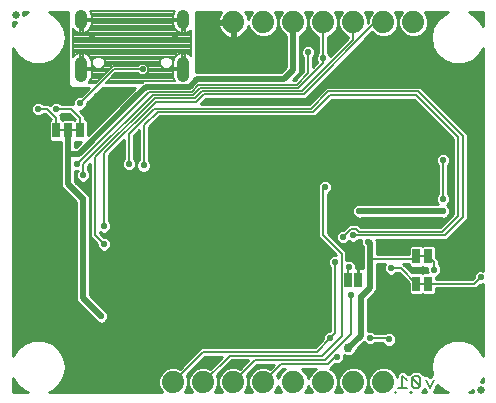
<source format=gbl>
G75*
%MOIN*%
%OFA0B0*%
%FSLAX25Y25*%
%IPPOS*%
%LPD*%
%AMOC8*
5,1,8,0,0,1.08239X$1,22.5*
%
%ADD10C,0.00800*%
%ADD11R,0.02500X0.05000*%
%ADD12R,0.01600X0.01000*%
%ADD13C,0.02500*%
%ADD14C,0.07400*%
%ADD15C,0.03937*%
%ADD16C,0.02000*%
%ADD17C,0.02200*%
%ADD18C,0.03000*%
%ADD19C,0.00600*%
%ADD20C,0.01000*%
D10*
X0180152Y0179800D02*
X0180342Y0179990D01*
X0180711Y0180541D01*
X0180964Y0181154D01*
X0181094Y0181805D01*
X0181094Y0183902D01*
X0178125Y0183902D01*
X0178125Y0184702D01*
X0177325Y0184702D01*
X0177325Y0189823D01*
X0176743Y0189707D01*
X0176130Y0189453D01*
X0175578Y0189084D01*
X0175109Y0188615D01*
X0174833Y0188202D01*
X0174833Y0197843D01*
X0175109Y0197431D01*
X0175578Y0196961D01*
X0176130Y0196593D01*
X0176743Y0196339D01*
X0177325Y0196223D01*
X0177325Y0200359D01*
X0178125Y0200359D01*
X0178125Y0196223D01*
X0178708Y0196339D01*
X0179321Y0196593D01*
X0179873Y0196961D01*
X0180342Y0197431D01*
X0180711Y0197982D01*
X0180964Y0198595D01*
X0181094Y0199246D01*
X0181094Y0200359D01*
X0178125Y0200359D01*
X0178125Y0201159D01*
X0181094Y0201159D01*
X0181094Y0202272D01*
X0180964Y0202923D01*
X0180711Y0203536D01*
X0180601Y0203700D01*
X0208866Y0203700D01*
X0208756Y0203536D01*
X0208502Y0202923D01*
X0208373Y0202272D01*
X0208373Y0201159D01*
X0211341Y0201159D01*
X0211341Y0200359D01*
X0208373Y0200359D01*
X0208373Y0199246D01*
X0208502Y0198595D01*
X0208756Y0197982D01*
X0209125Y0197431D01*
X0209594Y0196961D01*
X0210146Y0196593D01*
X0210759Y0196339D01*
X0211341Y0196223D01*
X0211341Y0200359D01*
X0212141Y0200359D01*
X0212141Y0196223D01*
X0212724Y0196339D01*
X0213337Y0196593D01*
X0213888Y0196961D01*
X0214333Y0197406D01*
X0214333Y0188639D01*
X0213888Y0189084D01*
X0213337Y0189453D01*
X0212724Y0189707D01*
X0212141Y0189823D01*
X0212141Y0184702D01*
X0211341Y0184702D01*
X0211341Y0183902D01*
X0208373Y0183902D01*
X0208373Y0181805D01*
X0208502Y0181154D01*
X0208756Y0180541D01*
X0208917Y0180300D01*
X0198597Y0180300D01*
X0198097Y0179800D01*
X0185789Y0179800D01*
X0189089Y0183100D01*
X0196546Y0183100D01*
X0197346Y0182300D01*
X0198920Y0182300D01*
X0200033Y0183413D01*
X0200033Y0184987D01*
X0198920Y0186100D01*
X0197346Y0186100D01*
X0196546Y0185300D01*
X0188178Y0185300D01*
X0182678Y0179800D01*
X0180152Y0179800D01*
X0180618Y0180403D02*
X0183281Y0180403D01*
X0184080Y0181202D02*
X0180974Y0181202D01*
X0181094Y0182001D02*
X0184878Y0182001D01*
X0185677Y0182799D02*
X0181094Y0182799D01*
X0181094Y0183598D02*
X0186475Y0183598D01*
X0187274Y0184396D02*
X0184303Y0184396D01*
X0184217Y0184309D02*
X0185435Y0185528D01*
X0185435Y0187250D01*
X0184217Y0188468D01*
X0182494Y0188468D01*
X0181276Y0187250D01*
X0181276Y0185528D01*
X0182494Y0184309D01*
X0184217Y0184309D01*
X0185102Y0185195D02*
X0188072Y0185195D01*
X0188788Y0182799D02*
X0196847Y0182799D01*
X0199419Y0182799D02*
X0208373Y0182799D01*
X0208373Y0182001D02*
X0187989Y0182001D01*
X0187191Y0181202D02*
X0208493Y0181202D01*
X0208848Y0180403D02*
X0186392Y0180403D01*
X0182407Y0184396D02*
X0178125Y0184396D01*
X0178125Y0184702D02*
X0181094Y0184702D01*
X0181094Y0186799D01*
X0180964Y0187450D01*
X0180711Y0188063D01*
X0180342Y0188615D01*
X0179873Y0189084D01*
X0179321Y0189453D01*
X0178708Y0189707D01*
X0178125Y0189823D01*
X0178125Y0184702D01*
X0178125Y0185195D02*
X0177325Y0185195D01*
X0177325Y0185993D02*
X0178125Y0185993D01*
X0178125Y0186792D02*
X0177325Y0186792D01*
X0177325Y0187590D02*
X0178125Y0187590D01*
X0178125Y0188389D02*
X0177325Y0188389D01*
X0177325Y0189187D02*
X0178125Y0189187D01*
X0179719Y0189187D02*
X0209748Y0189187D01*
X0209594Y0189084D02*
X0209125Y0188615D01*
X0208756Y0188063D01*
X0208502Y0187450D01*
X0208373Y0186799D01*
X0208373Y0184702D01*
X0211341Y0184702D01*
X0211341Y0189823D01*
X0210759Y0189707D01*
X0210146Y0189453D01*
X0209594Y0189084D01*
X0208973Y0188389D02*
X0207053Y0188389D01*
X0206973Y0188468D02*
X0205250Y0188468D01*
X0204032Y0187250D01*
X0204032Y0185528D01*
X0205250Y0184309D01*
X0206973Y0184309D01*
X0208191Y0185528D01*
X0208191Y0187250D01*
X0206973Y0188468D01*
X0207851Y0187590D02*
X0208560Y0187590D01*
X0208373Y0186792D02*
X0208191Y0186792D01*
X0208191Y0185993D02*
X0208373Y0185993D01*
X0208373Y0185195D02*
X0207858Y0185195D01*
X0207059Y0184396D02*
X0211341Y0184396D01*
X0211341Y0185195D02*
X0212141Y0185195D01*
X0212141Y0185993D02*
X0211341Y0185993D01*
X0211341Y0186792D02*
X0212141Y0186792D01*
X0212141Y0187590D02*
X0211341Y0187590D01*
X0211341Y0188389D02*
X0212141Y0188389D01*
X0212141Y0189187D02*
X0211341Y0189187D01*
X0213734Y0189187D02*
X0214333Y0189187D01*
X0214333Y0189986D02*
X0174833Y0189986D01*
X0174833Y0190784D02*
X0214333Y0190784D01*
X0214333Y0191583D02*
X0174833Y0191583D01*
X0174833Y0192381D02*
X0214333Y0192381D01*
X0214333Y0193180D02*
X0174833Y0193180D01*
X0174833Y0193978D02*
X0214333Y0193978D01*
X0214333Y0194777D02*
X0174833Y0194777D01*
X0174833Y0195575D02*
X0214333Y0195575D01*
X0214333Y0196374D02*
X0212808Y0196374D01*
X0212141Y0196374D02*
X0211341Y0196374D01*
X0210675Y0196374D02*
X0178792Y0196374D01*
X0178125Y0196374D02*
X0177325Y0196374D01*
X0176659Y0196374D02*
X0174833Y0196374D01*
X0174833Y0197172D02*
X0175367Y0197172D01*
X0177325Y0197172D02*
X0178125Y0197172D01*
X0178125Y0197971D02*
X0177325Y0197971D01*
X0177325Y0198769D02*
X0178125Y0198769D01*
X0178125Y0199568D02*
X0177325Y0199568D01*
X0178125Y0200366D02*
X0211341Y0200366D01*
X0211341Y0199568D02*
X0212141Y0199568D01*
X0212141Y0198769D02*
X0211341Y0198769D01*
X0211341Y0197971D02*
X0212141Y0197971D01*
X0212141Y0197172D02*
X0211341Y0197172D01*
X0209383Y0197172D02*
X0180084Y0197172D01*
X0180703Y0197971D02*
X0208764Y0197971D01*
X0208468Y0198769D02*
X0180999Y0198769D01*
X0181094Y0199568D02*
X0208373Y0199568D01*
X0208373Y0201165D02*
X0181094Y0201165D01*
X0181094Y0201963D02*
X0208373Y0201963D01*
X0208470Y0202762D02*
X0180997Y0202762D01*
X0180694Y0203560D02*
X0208773Y0203560D01*
X0214099Y0197172D02*
X0214333Y0197172D01*
X0205170Y0188389D02*
X0184297Y0188389D01*
X0185095Y0187590D02*
X0204372Y0187590D01*
X0204032Y0186792D02*
X0185435Y0186792D01*
X0185435Y0185993D02*
X0197239Y0185993D01*
X0199027Y0185993D02*
X0204032Y0185993D01*
X0204365Y0185195D02*
X0199826Y0185195D01*
X0200033Y0184396D02*
X0205163Y0184396D01*
X0208373Y0183598D02*
X0200033Y0183598D01*
X0182414Y0188389D02*
X0180493Y0188389D01*
X0180907Y0187590D02*
X0181616Y0187590D01*
X0181276Y0186792D02*
X0181094Y0186792D01*
X0181094Y0185993D02*
X0181276Y0185993D01*
X0181094Y0185195D02*
X0181609Y0185195D01*
X0175732Y0189187D02*
X0174833Y0189187D01*
X0174833Y0188389D02*
X0174958Y0188389D01*
X0284730Y0082104D02*
X0284730Y0077900D01*
X0286131Y0077900D02*
X0283329Y0077900D01*
X0286131Y0080702D02*
X0284730Y0082104D01*
X0287933Y0081403D02*
X0290735Y0078601D01*
X0290035Y0077900D01*
X0288634Y0077900D01*
X0287933Y0078601D01*
X0287933Y0081403D01*
X0288634Y0082104D01*
X0290035Y0082104D01*
X0290735Y0081403D01*
X0290735Y0078601D01*
X0292537Y0080702D02*
X0293938Y0077900D01*
X0295339Y0080702D01*
D11*
X0293333Y0112800D03*
X0289333Y0112800D03*
X0289333Y0121900D03*
X0293333Y0121900D03*
X0269933Y0113900D03*
X0266733Y0113900D03*
X0177333Y0163900D03*
X0173333Y0163900D03*
X0169333Y0163900D03*
D12*
X0171333Y0163900D03*
X0175333Y0163900D03*
X0291333Y0121900D03*
X0291333Y0112800D03*
D13*
X0310833Y0077500D03*
X0155833Y0202400D03*
D14*
X0228333Y0199900D03*
X0238333Y0199900D03*
X0248333Y0199900D03*
X0258333Y0199900D03*
X0268333Y0199900D03*
X0278333Y0199900D03*
X0288333Y0199900D03*
X0278333Y0080000D03*
X0268333Y0080000D03*
X0258333Y0080000D03*
X0248333Y0080000D03*
X0238333Y0080000D03*
X0228333Y0080000D03*
X0218333Y0080000D03*
X0208333Y0080000D03*
D15*
X0211741Y0186468D02*
X0211741Y0186468D01*
X0211741Y0182136D01*
X0211741Y0182136D01*
X0211741Y0186468D01*
X0211741Y0185876D02*
X0211741Y0185876D01*
X0211741Y0201940D02*
X0211741Y0201940D01*
X0211741Y0199578D01*
X0211741Y0199578D01*
X0211741Y0201940D01*
X0177725Y0201940D02*
X0177725Y0201940D01*
X0177725Y0199578D01*
X0177725Y0199578D01*
X0177725Y0201940D01*
X0177725Y0186468D02*
X0177725Y0186468D01*
X0177725Y0182136D01*
X0177725Y0182136D01*
X0177725Y0186468D01*
X0177725Y0185876D02*
X0177725Y0185876D01*
D16*
X0196088Y0175246D02*
X0199342Y0178500D01*
X0213833Y0178500D01*
X0216233Y0180900D01*
X0220833Y0180900D01*
X0245233Y0180900D01*
X0248333Y0184000D01*
X0248333Y0199900D01*
X0196088Y0175246D02*
X0176842Y0156000D01*
X0173333Y0156000D01*
X0173333Y0145869D01*
X0178333Y0140869D01*
X0178333Y0107900D01*
X0184333Y0101900D01*
X0173333Y0156000D02*
X0173333Y0163900D01*
X0270333Y0136900D02*
X0298333Y0136900D01*
X0273833Y0126300D02*
X0273833Y0121000D01*
X0273833Y0111400D01*
X0270833Y0108400D01*
X0270833Y0095500D01*
X0266733Y0091400D01*
X0266633Y0091400D01*
X0273833Y0126300D02*
X0273333Y0126800D01*
D17*
X0273333Y0126800D03*
X0268333Y0128900D03*
X0264833Y0128433D03*
X0269333Y0121900D03*
X0266833Y0118400D03*
X0262333Y0119900D03*
X0251333Y0121400D03*
X0251333Y0116400D03*
X0251333Y0111400D03*
X0251333Y0106400D03*
X0251333Y0101400D03*
X0251333Y0096900D03*
X0243333Y0096900D03*
X0243333Y0101400D03*
X0243333Y0106400D03*
X0243333Y0111400D03*
X0243333Y0116400D03*
X0243333Y0121400D03*
X0243333Y0126400D03*
X0243333Y0131400D03*
X0243333Y0136400D03*
X0243333Y0141400D03*
X0243333Y0146400D03*
X0243333Y0151400D03*
X0243333Y0156400D03*
X0243333Y0161400D03*
X0243333Y0166400D03*
X0251333Y0166400D03*
X0251333Y0161400D03*
X0251333Y0156400D03*
X0251333Y0151400D03*
X0251333Y0146400D03*
X0251333Y0141400D03*
X0251333Y0136400D03*
X0251333Y0131400D03*
X0251333Y0126400D03*
X0233333Y0126400D03*
X0233333Y0121400D03*
X0233333Y0116400D03*
X0233333Y0111400D03*
X0233333Y0106400D03*
X0233333Y0101400D03*
X0233333Y0096900D03*
X0223333Y0096900D03*
X0215833Y0096900D03*
X0223333Y0101400D03*
X0223333Y0106400D03*
X0215833Y0106400D03*
X0215833Y0111400D03*
X0215833Y0116400D03*
X0223333Y0116400D03*
X0223333Y0111400D03*
X0223333Y0121400D03*
X0215833Y0121400D03*
X0215833Y0126400D03*
X0223333Y0126400D03*
X0223333Y0131400D03*
X0215833Y0131400D03*
X0215833Y0136400D03*
X0215833Y0141400D03*
X0223333Y0141400D03*
X0223333Y0136400D03*
X0223333Y0146400D03*
X0215833Y0146400D03*
X0215833Y0151400D03*
X0223333Y0151400D03*
X0223333Y0156400D03*
X0215833Y0156400D03*
X0215833Y0161400D03*
X0215833Y0166400D03*
X0223333Y0166400D03*
X0223333Y0161400D03*
X0233333Y0161400D03*
X0233333Y0166400D03*
X0233433Y0173500D03*
X0226433Y0173500D03*
X0220833Y0180900D03*
X0208833Y0194900D03*
X0198133Y0184200D03*
X0192733Y0175800D03*
X0188333Y0172400D03*
X0182833Y0175400D03*
X0177333Y0172900D03*
X0169333Y0171000D03*
X0163333Y0171000D03*
X0156433Y0171900D03*
X0156333Y0163900D03*
X0156333Y0156400D03*
X0176239Y0152800D03*
X0178333Y0148900D03*
X0178333Y0144900D03*
X0178333Y0140869D03*
X0185333Y0131900D03*
X0185333Y0125900D03*
X0201333Y0119900D03*
X0209333Y0141400D03*
X0203333Y0143900D03*
X0209333Y0145400D03*
X0203333Y0147400D03*
X0198433Y0152200D03*
X0193533Y0152600D03*
X0188333Y0152400D03*
X0188333Y0148400D03*
X0203833Y0166400D03*
X0233333Y0156400D03*
X0233333Y0151400D03*
X0233333Y0146400D03*
X0233333Y0141400D03*
X0233333Y0136400D03*
X0233333Y0131400D03*
X0258833Y0144900D03*
X0260833Y0141400D03*
X0270333Y0136900D03*
X0275833Y0151900D03*
X0280833Y0151900D03*
X0285333Y0151900D03*
X0290433Y0151600D03*
X0290333Y0155900D03*
X0291433Y0160300D03*
X0287333Y0161900D03*
X0284833Y0166400D03*
X0291433Y0165800D03*
X0289633Y0171400D03*
X0284833Y0171400D03*
X0275833Y0171900D03*
X0270833Y0171900D03*
X0265833Y0171900D03*
X0260833Y0171900D03*
X0251433Y0173300D03*
X0243333Y0173300D03*
X0243333Y0183900D03*
X0243333Y0189900D03*
X0253333Y0189900D03*
X0258333Y0187900D03*
X0263733Y0183100D03*
X0258733Y0178900D03*
X0273433Y0183400D03*
X0283333Y0183300D03*
X0293333Y0176900D03*
X0307333Y0174900D03*
X0307333Y0180900D03*
X0307333Y0168900D03*
X0297333Y0159900D03*
X0298333Y0153900D03*
X0285333Y0155900D03*
X0276833Y0161900D03*
X0298333Y0140869D03*
X0298333Y0136900D03*
X0298333Y0133400D03*
X0280833Y0122900D03*
X0280833Y0117900D03*
X0282333Y0112900D03*
X0282333Y0107900D03*
X0282333Y0102900D03*
X0284333Y0097900D03*
X0292333Y0097900D03*
X0292333Y0102900D03*
X0292333Y0107900D03*
X0302533Y0106900D03*
X0304333Y0102900D03*
X0302333Y0097900D03*
X0293333Y0090000D03*
X0288333Y0090000D03*
X0283333Y0090000D03*
X0280262Y0094171D03*
X0273833Y0094600D03*
X0262833Y0088500D03*
X0260697Y0094536D03*
X0267470Y0109036D03*
X0270833Y0108400D03*
X0295333Y0117500D03*
X0310833Y0114900D03*
X0293333Y0085000D03*
X0288333Y0085000D03*
X0283333Y0085000D03*
X0201833Y0087000D03*
X0201833Y0079000D03*
X0186833Y0079000D03*
X0180833Y0079000D03*
X0175333Y0079000D03*
X0180333Y0085000D03*
X0186833Y0085000D03*
X0186833Y0093000D03*
X0184333Y0101900D03*
X0171333Y0101400D03*
X0166333Y0101400D03*
X0161333Y0101400D03*
X0156333Y0101400D03*
X0156333Y0095900D03*
X0171333Y0096000D03*
X0171333Y0108900D03*
X0166333Y0108900D03*
X0161333Y0108900D03*
X0156333Y0108900D03*
X0156333Y0116400D03*
X0161333Y0116400D03*
X0166333Y0116400D03*
X0171333Y0116400D03*
X0171333Y0123900D03*
X0166333Y0123900D03*
X0161333Y0122400D03*
X0156333Y0122400D03*
X0166333Y0128900D03*
X0171333Y0128900D03*
X0161333Y0133900D03*
X0156333Y0133900D03*
X0156333Y0141400D03*
X0161333Y0141400D03*
X0163333Y0178900D03*
X0156333Y0178900D03*
X0156333Y0183900D03*
X0170333Y0183900D03*
X0170333Y0178900D03*
X0181333Y0194900D03*
X0201833Y0095000D03*
D18*
X0266633Y0091400D03*
D19*
X0262833Y0088500D02*
X0262333Y0088500D01*
X0259833Y0086000D01*
X0244333Y0086000D01*
X0238333Y0080000D01*
X0235633Y0087300D02*
X0228333Y0080000D01*
X0227133Y0088800D02*
X0257930Y0088800D01*
X0264433Y0095303D01*
X0264433Y0122800D01*
X0258333Y0128900D01*
X0258333Y0144400D01*
X0258833Y0144900D01*
X0267463Y0131000D02*
X0264897Y0128433D01*
X0264833Y0128433D01*
X0268333Y0128900D02*
X0298833Y0128900D01*
X0304833Y0134900D01*
X0304833Y0161900D01*
X0289833Y0176900D01*
X0260030Y0176900D01*
X0254282Y0171151D01*
X0201979Y0171151D01*
X0193533Y0162706D01*
X0193533Y0152600D01*
X0198433Y0152200D02*
X0198433Y0154300D01*
X0198629Y0154496D01*
X0198629Y0165604D01*
X0203176Y0170151D01*
X0254979Y0170151D01*
X0260527Y0175700D01*
X0289336Y0175700D01*
X0303333Y0161703D01*
X0303333Y0135400D01*
X0298033Y0130100D01*
X0270103Y0130100D01*
X0269203Y0131000D01*
X0267463Y0131000D01*
X0273833Y0121000D02*
X0288433Y0121000D01*
X0289333Y0121900D01*
X0293333Y0121900D02*
X0295333Y0119900D01*
X0295333Y0117500D01*
X0293333Y0112800D02*
X0308733Y0112800D01*
X0310833Y0114900D01*
X0289333Y0112800D02*
X0284233Y0117900D01*
X0280833Y0117900D01*
X0266833Y0118400D02*
X0266733Y0118300D01*
X0266733Y0113900D01*
X0267470Y0109036D02*
X0267533Y0108973D01*
X0267533Y0095903D01*
X0258930Y0087300D01*
X0235633Y0087300D01*
X0227133Y0088800D02*
X0218333Y0080000D01*
X0208333Y0080000D02*
X0218333Y0090000D01*
X0256161Y0090000D01*
X0260697Y0094536D01*
X0262333Y0096173D01*
X0262333Y0119900D01*
X0298333Y0140869D02*
X0298333Y0153900D01*
X0268333Y0194000D02*
X0251333Y0177000D01*
X0217933Y0177000D01*
X0215633Y0174700D01*
X0202133Y0174700D01*
X0182333Y0154900D01*
X0182333Y0128900D01*
X0185333Y0125900D01*
X0185333Y0131900D02*
X0185333Y0156203D01*
X0202582Y0173451D01*
X0215885Y0173451D01*
X0218433Y0176000D01*
X0251833Y0176000D01*
X0275733Y0199900D01*
X0278333Y0199900D01*
X0268333Y0199900D02*
X0268333Y0194000D01*
X0258333Y0199900D02*
X0258333Y0187900D01*
X0258333Y0186300D01*
X0250033Y0178000D01*
X0217333Y0178000D01*
X0215033Y0175700D01*
X0203333Y0175700D01*
X0201436Y0175700D01*
X0178333Y0152597D01*
X0178333Y0148900D01*
X0176239Y0152800D02*
X0200239Y0176800D01*
X0214538Y0176800D01*
X0216738Y0179000D01*
X0249433Y0179000D01*
X0253333Y0182900D01*
X0253333Y0189900D01*
X0198133Y0184200D02*
X0188633Y0184200D01*
X0177333Y0172900D01*
X0174333Y0171000D02*
X0177333Y0168000D01*
X0177333Y0163900D01*
X0174333Y0171000D02*
X0169333Y0171000D01*
X0166333Y0171000D02*
X0169333Y0168000D01*
X0169333Y0163900D01*
X0166333Y0171000D02*
X0163333Y0171000D01*
X0273833Y0094600D02*
X0273862Y0094571D01*
X0279862Y0094571D01*
X0280262Y0094171D01*
D20*
X0159823Y0076700D02*
X0155033Y0076700D01*
X0155033Y0081376D01*
X0156333Y0079126D01*
X0156333Y0079126D01*
X0158764Y0077086D01*
X0159823Y0076700D01*
X0159007Y0076997D02*
X0155033Y0076997D01*
X0155033Y0077996D02*
X0157679Y0077996D01*
X0158764Y0077086D02*
X0158764Y0077086D01*
X0156489Y0078994D02*
X0155033Y0078994D01*
X0155033Y0079993D02*
X0155832Y0079993D01*
X0155256Y0080991D02*
X0155033Y0080991D01*
X0155033Y0088624D02*
X0155033Y0191276D01*
X0156333Y0189026D01*
X0158764Y0186986D01*
X0158764Y0186986D01*
X0161746Y0185900D01*
X0164920Y0185900D01*
X0167903Y0186986D01*
X0170334Y0189026D01*
X0171921Y0191774D01*
X0171921Y0191774D01*
X0172472Y0194900D01*
X0171921Y0198026D01*
X0170334Y0200774D01*
X0170334Y0200774D01*
X0167903Y0202814D01*
X0167903Y0202814D01*
X0166843Y0203200D01*
X0173133Y0203200D01*
X0173133Y0179096D01*
X0174129Y0178100D01*
X0180271Y0178100D01*
X0177471Y0175300D01*
X0176856Y0175300D01*
X0175974Y0174935D01*
X0175299Y0174259D01*
X0174933Y0173377D01*
X0174933Y0172600D01*
X0171127Y0172600D01*
X0170693Y0173035D01*
X0169811Y0173400D01*
X0168856Y0173400D01*
X0167974Y0173035D01*
X0167299Y0172359D01*
X0167281Y0172316D01*
X0166996Y0172600D01*
X0165127Y0172600D01*
X0164693Y0173035D01*
X0163811Y0173400D01*
X0162856Y0173400D01*
X0161974Y0173035D01*
X0161299Y0172359D01*
X0160933Y0171477D01*
X0160933Y0170523D01*
X0161299Y0169641D01*
X0161974Y0168965D01*
X0162856Y0168600D01*
X0163811Y0168600D01*
X0164693Y0168965D01*
X0165127Y0169400D01*
X0165671Y0169400D01*
X0167458Y0167613D01*
X0166783Y0166938D01*
X0166783Y0160862D01*
X0167545Y0160100D01*
X0171033Y0160100D01*
X0171033Y0144916D01*
X0176033Y0139916D01*
X0176033Y0106947D01*
X0182199Y0100782D01*
X0182299Y0100541D01*
X0182974Y0099865D01*
X0183215Y0099765D01*
X0183381Y0099600D01*
X0183615Y0099600D01*
X0183856Y0099500D01*
X0184811Y0099500D01*
X0185052Y0099600D01*
X0185286Y0099600D01*
X0185451Y0099765D01*
X0185693Y0099865D01*
X0186368Y0100541D01*
X0186468Y0100782D01*
X0186633Y0100947D01*
X0186633Y0101181D01*
X0186733Y0101423D01*
X0186733Y0102377D01*
X0186633Y0102619D01*
X0186633Y0102853D01*
X0186468Y0103018D01*
X0186368Y0103259D01*
X0185693Y0103935D01*
X0185451Y0104035D01*
X0180633Y0108853D01*
X0180633Y0140150D01*
X0180733Y0140391D01*
X0180733Y0141346D01*
X0180633Y0141587D01*
X0180633Y0141821D01*
X0180468Y0141987D01*
X0180368Y0142228D01*
X0179693Y0142903D01*
X0179451Y0143003D01*
X0179286Y0143168D01*
X0175633Y0146821D01*
X0175633Y0150453D01*
X0175762Y0150400D01*
X0176439Y0150400D01*
X0176299Y0150259D01*
X0175933Y0149377D01*
X0175933Y0148423D01*
X0176299Y0147541D01*
X0176974Y0146865D01*
X0177856Y0146500D01*
X0178811Y0146500D01*
X0179693Y0146865D01*
X0180368Y0147541D01*
X0180733Y0148423D01*
X0180733Y0149377D01*
X0180368Y0150259D01*
X0179933Y0150694D01*
X0179933Y0151934D01*
X0180733Y0152734D01*
X0180733Y0128237D01*
X0182933Y0126037D01*
X0182933Y0125423D01*
X0183299Y0124541D01*
X0183974Y0123865D01*
X0184856Y0123500D01*
X0185811Y0123500D01*
X0186693Y0123865D01*
X0187368Y0124541D01*
X0187733Y0125423D01*
X0187733Y0126377D01*
X0187368Y0127259D01*
X0186693Y0127935D01*
X0185811Y0128300D01*
X0185196Y0128300D01*
X0183933Y0129563D01*
X0183933Y0129906D01*
X0183974Y0129865D01*
X0184856Y0129500D01*
X0185811Y0129500D01*
X0186693Y0129865D01*
X0187368Y0130541D01*
X0187733Y0131423D01*
X0187733Y0132377D01*
X0187368Y0133259D01*
X0186933Y0133694D01*
X0186933Y0155540D01*
X0191933Y0160540D01*
X0191933Y0154394D01*
X0191499Y0153959D01*
X0191133Y0153077D01*
X0191133Y0152123D01*
X0191499Y0151241D01*
X0192174Y0150565D01*
X0193056Y0150200D01*
X0194011Y0150200D01*
X0194893Y0150565D01*
X0195568Y0151241D01*
X0195933Y0152123D01*
X0195933Y0153077D01*
X0195568Y0153959D01*
X0195133Y0154394D01*
X0195133Y0162043D01*
X0197029Y0163939D01*
X0197029Y0155158D01*
X0196833Y0154963D01*
X0196833Y0153994D01*
X0196399Y0153559D01*
X0196033Y0152677D01*
X0196033Y0151723D01*
X0196399Y0150841D01*
X0197074Y0150165D01*
X0197956Y0149800D01*
X0198911Y0149800D01*
X0199793Y0150165D01*
X0200468Y0150841D01*
X0200833Y0151723D01*
X0200833Y0152677D01*
X0200468Y0153559D01*
X0200212Y0153816D01*
X0200229Y0153833D01*
X0200229Y0164942D01*
X0203839Y0168551D01*
X0255642Y0168551D01*
X0256579Y0169489D01*
X0261190Y0174100D01*
X0288674Y0174100D01*
X0301733Y0161040D01*
X0301733Y0136063D01*
X0297371Y0131700D01*
X0270766Y0131700D01*
X0269866Y0132600D01*
X0266801Y0132600D01*
X0265034Y0130833D01*
X0264356Y0130833D01*
X0263474Y0130468D01*
X0262799Y0129793D01*
X0262433Y0128910D01*
X0262433Y0127956D01*
X0262799Y0127074D01*
X0263474Y0126398D01*
X0264356Y0126033D01*
X0265311Y0126033D01*
X0266193Y0126398D01*
X0266817Y0127022D01*
X0266974Y0126865D01*
X0267856Y0126500D01*
X0268811Y0126500D01*
X0269693Y0126865D01*
X0270127Y0127300D01*
X0270943Y0127300D01*
X0270933Y0127277D01*
X0270933Y0126323D01*
X0271033Y0126081D01*
X0271033Y0125847D01*
X0271199Y0125682D01*
X0271299Y0125441D01*
X0271533Y0125206D01*
X0271533Y0117859D01*
X0271381Y0117900D01*
X0270058Y0117900D01*
X0270058Y0114025D01*
X0269808Y0114025D01*
X0269808Y0117900D01*
X0269224Y0117900D01*
X0269233Y0117923D01*
X0269233Y0118877D01*
X0268868Y0119759D01*
X0268193Y0120435D01*
X0267311Y0120800D01*
X0266356Y0120800D01*
X0266033Y0120666D01*
X0266033Y0123463D01*
X0265096Y0124400D01*
X0259933Y0129563D01*
X0259933Y0142758D01*
X0260193Y0142865D01*
X0260868Y0143541D01*
X0261233Y0144423D01*
X0261233Y0145377D01*
X0260868Y0146259D01*
X0260193Y0146935D01*
X0259311Y0147300D01*
X0258356Y0147300D01*
X0257474Y0146935D01*
X0256799Y0146259D01*
X0256433Y0145377D01*
X0256433Y0144423D01*
X0256733Y0143698D01*
X0256733Y0128237D01*
X0262671Y0122300D01*
X0261856Y0122300D01*
X0260974Y0121935D01*
X0260299Y0121259D01*
X0259933Y0120377D01*
X0259933Y0119423D01*
X0260299Y0118541D01*
X0260733Y0118106D01*
X0260733Y0096936D01*
X0260220Y0096936D01*
X0259337Y0096571D01*
X0258662Y0095896D01*
X0258297Y0095014D01*
X0258297Y0094399D01*
X0255498Y0091600D01*
X0217671Y0091600D01*
X0216733Y0090663D01*
X0210560Y0084490D01*
X0209328Y0085000D01*
X0207339Y0085000D01*
X0205501Y0084239D01*
X0204095Y0082832D01*
X0203333Y0080995D01*
X0203333Y0079005D01*
X0204095Y0077168D01*
X0204562Y0076700D01*
X0166843Y0076700D01*
X0167903Y0077086D01*
X0170334Y0079126D01*
X0171921Y0081874D01*
X0171921Y0081874D01*
X0172472Y0085000D01*
X0171921Y0088126D01*
X0170334Y0090874D01*
X0170334Y0090874D01*
X0167903Y0092914D01*
X0167903Y0092914D01*
X0164920Y0094000D01*
X0161746Y0094000D01*
X0158764Y0092914D01*
X0156333Y0090874D01*
X0156333Y0090874D01*
X0155033Y0088624D01*
X0155033Y0088979D02*
X0155238Y0088979D01*
X0155033Y0089978D02*
X0155815Y0089978D01*
X0156333Y0090874D02*
X0156333Y0090874D01*
X0156454Y0090976D02*
X0155033Y0090976D01*
X0155033Y0091975D02*
X0157644Y0091975D01*
X0158764Y0092914D02*
X0158764Y0092914D01*
X0158925Y0092973D02*
X0155033Y0092973D01*
X0155033Y0093972D02*
X0161669Y0093972D01*
X0164998Y0093972D02*
X0257870Y0093972D01*
X0258297Y0094970D02*
X0155033Y0094970D01*
X0155033Y0095969D02*
X0258735Y0095969D01*
X0260733Y0096967D02*
X0155033Y0096967D01*
X0155033Y0097966D02*
X0260733Y0097966D01*
X0260733Y0098964D02*
X0155033Y0098964D01*
X0155033Y0099963D02*
X0182876Y0099963D01*
X0182019Y0100961D02*
X0155033Y0100961D01*
X0155033Y0101960D02*
X0181021Y0101960D01*
X0180022Y0102958D02*
X0155033Y0102958D01*
X0155033Y0103957D02*
X0179024Y0103957D01*
X0178025Y0104955D02*
X0155033Y0104955D01*
X0155033Y0105954D02*
X0177027Y0105954D01*
X0176033Y0106952D02*
X0155033Y0106952D01*
X0155033Y0107951D02*
X0176033Y0107951D01*
X0176033Y0108949D02*
X0155033Y0108949D01*
X0155033Y0109948D02*
X0176033Y0109948D01*
X0176033Y0110946D02*
X0155033Y0110946D01*
X0155033Y0111945D02*
X0176033Y0111945D01*
X0176033Y0112943D02*
X0155033Y0112943D01*
X0155033Y0113942D02*
X0176033Y0113942D01*
X0176033Y0114940D02*
X0155033Y0114940D01*
X0155033Y0115939D02*
X0176033Y0115939D01*
X0176033Y0116937D02*
X0155033Y0116937D01*
X0155033Y0117936D02*
X0176033Y0117936D01*
X0176033Y0118934D02*
X0155033Y0118934D01*
X0155033Y0119933D02*
X0176033Y0119933D01*
X0176033Y0120932D02*
X0155033Y0120932D01*
X0155033Y0121930D02*
X0176033Y0121930D01*
X0176033Y0122929D02*
X0155033Y0122929D01*
X0155033Y0123927D02*
X0176033Y0123927D01*
X0176033Y0124926D02*
X0155033Y0124926D01*
X0155033Y0125924D02*
X0176033Y0125924D01*
X0176033Y0126923D02*
X0155033Y0126923D01*
X0155033Y0127921D02*
X0176033Y0127921D01*
X0176033Y0128920D02*
X0155033Y0128920D01*
X0155033Y0129918D02*
X0176033Y0129918D01*
X0176033Y0130917D02*
X0155033Y0130917D01*
X0155033Y0131915D02*
X0176033Y0131915D01*
X0176033Y0132914D02*
X0155033Y0132914D01*
X0155033Y0133912D02*
X0176033Y0133912D01*
X0176033Y0134911D02*
X0155033Y0134911D01*
X0155033Y0135909D02*
X0176033Y0135909D01*
X0176033Y0136908D02*
X0155033Y0136908D01*
X0155033Y0137906D02*
X0176033Y0137906D01*
X0176033Y0138905D02*
X0155033Y0138905D01*
X0155033Y0139903D02*
X0176033Y0139903D01*
X0175047Y0140902D02*
X0155033Y0140902D01*
X0155033Y0141900D02*
X0174049Y0141900D01*
X0173050Y0142899D02*
X0155033Y0142899D01*
X0155033Y0143897D02*
X0172052Y0143897D01*
X0171053Y0144896D02*
X0155033Y0144896D01*
X0155033Y0145894D02*
X0171033Y0145894D01*
X0171033Y0146893D02*
X0155033Y0146893D01*
X0155033Y0147891D02*
X0171033Y0147891D01*
X0171033Y0148890D02*
X0155033Y0148890D01*
X0155033Y0149888D02*
X0171033Y0149888D01*
X0171033Y0150887D02*
X0155033Y0150887D01*
X0155033Y0151885D02*
X0171033Y0151885D01*
X0171033Y0152884D02*
X0155033Y0152884D01*
X0155033Y0153882D02*
X0171033Y0153882D01*
X0171033Y0154881D02*
X0155033Y0154881D01*
X0155033Y0155879D02*
X0171033Y0155879D01*
X0171033Y0156878D02*
X0155033Y0156878D01*
X0155033Y0157876D02*
X0171033Y0157876D01*
X0171033Y0158875D02*
X0155033Y0158875D01*
X0155033Y0159873D02*
X0171033Y0159873D01*
X0166783Y0160872D02*
X0155033Y0160872D01*
X0155033Y0161870D02*
X0166783Y0161870D01*
X0166783Y0162869D02*
X0155033Y0162869D01*
X0155033Y0163868D02*
X0166783Y0163868D01*
X0166783Y0164866D02*
X0155033Y0164866D01*
X0155033Y0165865D02*
X0166783Y0165865D01*
X0166783Y0166863D02*
X0155033Y0166863D01*
X0155033Y0167862D02*
X0167209Y0167862D01*
X0166211Y0168860D02*
X0164439Y0168860D01*
X0162228Y0168860D02*
X0155033Y0168860D01*
X0155033Y0169859D02*
X0161208Y0169859D01*
X0160933Y0170857D02*
X0155033Y0170857D01*
X0155033Y0171856D02*
X0161090Y0171856D01*
X0161793Y0172854D02*
X0155033Y0172854D01*
X0155033Y0173853D02*
X0175130Y0173853D01*
X0174933Y0172854D02*
X0170873Y0172854D01*
X0167793Y0172854D02*
X0164873Y0172854D01*
X0170693Y0168965D02*
X0171127Y0169400D01*
X0173671Y0169400D01*
X0175458Y0167613D01*
X0175333Y0167488D01*
X0175122Y0167700D01*
X0171545Y0167700D01*
X0171333Y0167488D01*
X0171122Y0167700D01*
X0170933Y0167700D01*
X0170933Y0168663D01*
X0170649Y0168947D01*
X0170693Y0168965D01*
X0170736Y0168860D02*
X0174211Y0168860D01*
X0175209Y0167862D02*
X0170933Y0167862D01*
X0177096Y0170500D02*
X0177811Y0170500D01*
X0178693Y0170865D01*
X0179368Y0171541D01*
X0179733Y0172423D01*
X0179733Y0173037D01*
X0184796Y0178100D01*
X0195689Y0178100D01*
X0193788Y0176198D01*
X0179883Y0162294D01*
X0179883Y0166938D01*
X0179122Y0167700D01*
X0178933Y0167700D01*
X0178933Y0168663D01*
X0177996Y0169600D01*
X0177096Y0170500D01*
X0177737Y0169859D02*
X0187448Y0169859D01*
X0188447Y0170857D02*
X0178673Y0170857D01*
X0179498Y0171856D02*
X0189445Y0171856D01*
X0190444Y0172854D02*
X0179733Y0172854D01*
X0180549Y0173853D02*
X0191442Y0173853D01*
X0192441Y0174851D02*
X0181547Y0174851D01*
X0182546Y0175850D02*
X0193439Y0175850D01*
X0194438Y0176848D02*
X0183544Y0176848D01*
X0184543Y0177847D02*
X0195436Y0177847D01*
X0203149Y0167862D02*
X0294912Y0167862D01*
X0293913Y0168860D02*
X0255950Y0168860D01*
X0256949Y0169859D02*
X0292915Y0169859D01*
X0291916Y0170857D02*
X0257947Y0170857D01*
X0258946Y0171856D02*
X0290918Y0171856D01*
X0289919Y0172854D02*
X0259944Y0172854D01*
X0260943Y0173853D02*
X0288921Y0173853D01*
X0292148Y0176848D02*
X0311633Y0176848D01*
X0311633Y0175850D02*
X0293146Y0175850D01*
X0294145Y0174851D02*
X0311633Y0174851D01*
X0311633Y0173853D02*
X0295143Y0173853D01*
X0296142Y0172854D02*
X0311633Y0172854D01*
X0311633Y0171856D02*
X0297140Y0171856D01*
X0298139Y0170857D02*
X0311633Y0170857D01*
X0311633Y0169859D02*
X0299137Y0169859D01*
X0300136Y0168860D02*
X0311633Y0168860D01*
X0311633Y0167862D02*
X0301134Y0167862D01*
X0302133Y0166863D02*
X0311633Y0166863D01*
X0311633Y0165865D02*
X0303132Y0165865D01*
X0304130Y0164866D02*
X0311633Y0164866D01*
X0311633Y0163868D02*
X0305129Y0163868D01*
X0306127Y0162869D02*
X0311633Y0162869D01*
X0311633Y0161870D02*
X0306433Y0161870D01*
X0306433Y0162563D02*
X0291433Y0177563D01*
X0290496Y0178500D01*
X0259368Y0178500D01*
X0258430Y0177563D01*
X0253619Y0172751D01*
X0217447Y0172751D01*
X0219096Y0174400D01*
X0252496Y0174400D01*
X0253433Y0175337D01*
X0274629Y0196533D01*
X0275501Y0195661D01*
X0277339Y0194900D01*
X0279328Y0194900D01*
X0281166Y0195661D01*
X0282572Y0197068D01*
X0283333Y0198905D01*
X0283333Y0200895D01*
X0282572Y0202732D01*
X0282104Y0203200D01*
X0284562Y0203200D01*
X0284095Y0202732D01*
X0283333Y0200895D01*
X0283333Y0198905D01*
X0284095Y0197068D01*
X0285501Y0195661D01*
X0287339Y0194900D01*
X0289328Y0194900D01*
X0291166Y0195661D01*
X0292572Y0197068D01*
X0293333Y0198905D01*
X0293333Y0200895D01*
X0292572Y0202732D01*
X0292104Y0203200D01*
X0299823Y0203200D01*
X0298764Y0202814D01*
X0296333Y0200774D01*
X0296333Y0200774D01*
X0294746Y0198026D01*
X0294746Y0198026D01*
X0294194Y0194900D01*
X0294746Y0191774D01*
X0296333Y0189026D01*
X0296333Y0189026D01*
X0298764Y0186986D01*
X0301746Y0185900D01*
X0304920Y0185900D01*
X0307903Y0186986D01*
X0310334Y0189026D01*
X0311633Y0191276D01*
X0311633Y0117166D01*
X0311311Y0117300D01*
X0310356Y0117300D01*
X0309474Y0116935D01*
X0308799Y0116259D01*
X0308433Y0115377D01*
X0308433Y0114763D01*
X0308071Y0114400D01*
X0295883Y0114400D01*
X0295883Y0115130D01*
X0296693Y0115465D01*
X0297368Y0116141D01*
X0297733Y0117023D01*
X0297733Y0117977D01*
X0297368Y0118859D01*
X0296933Y0119294D01*
X0296933Y0120563D01*
X0295996Y0121500D01*
X0295883Y0121613D01*
X0295883Y0124938D01*
X0295122Y0125700D01*
X0291545Y0125700D01*
X0291333Y0125488D01*
X0291122Y0125700D01*
X0287545Y0125700D01*
X0286783Y0124938D01*
X0286783Y0122600D01*
X0276133Y0122600D01*
X0276133Y0127253D01*
X0276086Y0127300D01*
X0299496Y0127300D01*
X0305496Y0133300D01*
X0305496Y0133300D01*
X0306433Y0134237D01*
X0306433Y0162563D01*
X0306433Y0160872D02*
X0311633Y0160872D01*
X0311633Y0159873D02*
X0306433Y0159873D01*
X0306433Y0158875D02*
X0311633Y0158875D01*
X0311633Y0157876D02*
X0306433Y0157876D01*
X0306433Y0156878D02*
X0311633Y0156878D01*
X0311633Y0155879D02*
X0306433Y0155879D01*
X0306433Y0154881D02*
X0311633Y0154881D01*
X0311633Y0153882D02*
X0306433Y0153882D01*
X0306433Y0152884D02*
X0311633Y0152884D01*
X0311633Y0151885D02*
X0306433Y0151885D01*
X0306433Y0150887D02*
X0311633Y0150887D01*
X0311633Y0149888D02*
X0306433Y0149888D01*
X0306433Y0148890D02*
X0311633Y0148890D01*
X0311633Y0147891D02*
X0306433Y0147891D01*
X0306433Y0146893D02*
X0311633Y0146893D01*
X0311633Y0145894D02*
X0306433Y0145894D01*
X0306433Y0144896D02*
X0311633Y0144896D01*
X0311633Y0143897D02*
X0306433Y0143897D01*
X0306433Y0142899D02*
X0311633Y0142899D01*
X0311633Y0141900D02*
X0306433Y0141900D01*
X0306433Y0140902D02*
X0311633Y0140902D01*
X0311633Y0139903D02*
X0306433Y0139903D01*
X0306433Y0138905D02*
X0311633Y0138905D01*
X0311633Y0137906D02*
X0306433Y0137906D01*
X0306433Y0136908D02*
X0311633Y0136908D01*
X0311633Y0135909D02*
X0306433Y0135909D01*
X0306433Y0134911D02*
X0311633Y0134911D01*
X0311633Y0133912D02*
X0306108Y0133912D01*
X0305110Y0132914D02*
X0311633Y0132914D01*
X0311633Y0131915D02*
X0304111Y0131915D01*
X0303113Y0130917D02*
X0311633Y0130917D01*
X0311633Y0129918D02*
X0302114Y0129918D01*
X0301116Y0128920D02*
X0311633Y0128920D01*
X0311633Y0127921D02*
X0300117Y0127921D01*
X0297586Y0131915D02*
X0270551Y0131915D01*
X0270811Y0134500D02*
X0271052Y0134600D01*
X0297615Y0134600D01*
X0297856Y0134500D01*
X0298811Y0134500D01*
X0299052Y0134600D01*
X0299286Y0134600D01*
X0299451Y0134765D01*
X0299693Y0134865D01*
X0300368Y0135541D01*
X0300468Y0135782D01*
X0300633Y0135947D01*
X0300633Y0136181D01*
X0300733Y0136423D01*
X0300733Y0137377D01*
X0300633Y0137619D01*
X0300633Y0137853D01*
X0300468Y0138018D01*
X0300368Y0138259D01*
X0299743Y0138884D01*
X0300368Y0139509D01*
X0300733Y0140391D01*
X0300733Y0141346D01*
X0300368Y0142228D01*
X0299933Y0142663D01*
X0299933Y0152106D01*
X0300368Y0152541D01*
X0300733Y0153423D01*
X0300733Y0154377D01*
X0300368Y0155259D01*
X0299693Y0155935D01*
X0298811Y0156300D01*
X0297856Y0156300D01*
X0296974Y0155935D01*
X0296299Y0155259D01*
X0295933Y0154377D01*
X0295933Y0153423D01*
X0296299Y0152541D01*
X0296733Y0152106D01*
X0296733Y0142663D01*
X0296299Y0142228D01*
X0295933Y0141346D01*
X0295933Y0140391D01*
X0296299Y0139509D01*
X0296608Y0139200D01*
X0271052Y0139200D01*
X0270811Y0139300D01*
X0269856Y0139300D01*
X0269615Y0139200D01*
X0269381Y0139200D01*
X0269215Y0139035D01*
X0268974Y0138935D01*
X0268299Y0138259D01*
X0268199Y0138018D01*
X0268033Y0137853D01*
X0268033Y0137619D01*
X0267933Y0137377D01*
X0267933Y0136423D01*
X0268033Y0136181D01*
X0268033Y0135947D01*
X0268199Y0135782D01*
X0268299Y0135541D01*
X0268974Y0134865D01*
X0269215Y0134765D01*
X0269381Y0134600D01*
X0269615Y0134600D01*
X0269856Y0134500D01*
X0270811Y0134500D01*
X0268929Y0134911D02*
X0259933Y0134911D01*
X0259933Y0135909D02*
X0268071Y0135909D01*
X0267933Y0136908D02*
X0259933Y0136908D01*
X0259933Y0137906D02*
X0268087Y0137906D01*
X0268944Y0138905D02*
X0259933Y0138905D01*
X0259933Y0139903D02*
X0296135Y0139903D01*
X0295933Y0140902D02*
X0259933Y0140902D01*
X0259933Y0141900D02*
X0296163Y0141900D01*
X0296733Y0142899D02*
X0260226Y0142899D01*
X0261016Y0143897D02*
X0296733Y0143897D01*
X0296733Y0144896D02*
X0261233Y0144896D01*
X0261019Y0145894D02*
X0296733Y0145894D01*
X0296733Y0146893D02*
X0260235Y0146893D01*
X0257432Y0146893D02*
X0186933Y0146893D01*
X0186933Y0147891D02*
X0296733Y0147891D01*
X0296733Y0148890D02*
X0186933Y0148890D01*
X0186933Y0149888D02*
X0197743Y0149888D01*
X0199124Y0149888D02*
X0296733Y0149888D01*
X0296733Y0150887D02*
X0200487Y0150887D01*
X0200833Y0151885D02*
X0296733Y0151885D01*
X0296156Y0152884D02*
X0200748Y0152884D01*
X0200229Y0153882D02*
X0295933Y0153882D01*
X0296142Y0154881D02*
X0200229Y0154881D01*
X0200229Y0155879D02*
X0296919Y0155879D01*
X0299748Y0155879D02*
X0301733Y0155879D01*
X0301733Y0154881D02*
X0300525Y0154881D01*
X0300733Y0153882D02*
X0301733Y0153882D01*
X0301733Y0152884D02*
X0300510Y0152884D01*
X0299933Y0151885D02*
X0301733Y0151885D01*
X0301733Y0150887D02*
X0299933Y0150887D01*
X0299933Y0149888D02*
X0301733Y0149888D01*
X0301733Y0148890D02*
X0299933Y0148890D01*
X0299933Y0147891D02*
X0301733Y0147891D01*
X0301733Y0146893D02*
X0299933Y0146893D01*
X0299933Y0145894D02*
X0301733Y0145894D01*
X0301733Y0144896D02*
X0299933Y0144896D01*
X0299933Y0143897D02*
X0301733Y0143897D01*
X0301733Y0142899D02*
X0299933Y0142899D01*
X0300504Y0141900D02*
X0301733Y0141900D01*
X0301733Y0140902D02*
X0300733Y0140902D01*
X0300531Y0139903D02*
X0301733Y0139903D01*
X0301733Y0138905D02*
X0299764Y0138905D01*
X0300580Y0137906D02*
X0301733Y0137906D01*
X0301733Y0136908D02*
X0300733Y0136908D01*
X0300595Y0135909D02*
X0301580Y0135909D01*
X0300581Y0134911D02*
X0299738Y0134911D01*
X0299583Y0133912D02*
X0259933Y0133912D01*
X0259933Y0132914D02*
X0298584Y0132914D01*
X0295883Y0124926D02*
X0311633Y0124926D01*
X0311633Y0125924D02*
X0276133Y0125924D01*
X0276133Y0124926D02*
X0286783Y0124926D01*
X0286783Y0123927D02*
X0276133Y0123927D01*
X0276133Y0122929D02*
X0286783Y0122929D01*
X0286783Y0119400D02*
X0286783Y0118862D01*
X0287545Y0118100D01*
X0291122Y0118100D01*
X0291333Y0118312D01*
X0291545Y0118100D01*
X0292984Y0118100D01*
X0292933Y0117977D01*
X0292933Y0117023D01*
X0293108Y0116600D01*
X0291545Y0116600D01*
X0291333Y0116388D01*
X0291122Y0116600D01*
X0287796Y0116600D01*
X0284996Y0119400D01*
X0286783Y0119400D01*
X0286783Y0118934D02*
X0285462Y0118934D01*
X0286460Y0117936D02*
X0292933Y0117936D01*
X0292969Y0116937D02*
X0287459Y0116937D01*
X0284930Y0114940D02*
X0276133Y0114940D01*
X0276133Y0113942D02*
X0285929Y0113942D01*
X0286783Y0113087D02*
X0286783Y0109762D01*
X0287545Y0109000D01*
X0291122Y0109000D01*
X0291333Y0109212D01*
X0291545Y0109000D01*
X0295122Y0109000D01*
X0295883Y0109762D01*
X0295883Y0111200D01*
X0309396Y0111200D01*
X0310333Y0112137D01*
X0310696Y0112500D01*
X0311311Y0112500D01*
X0311633Y0112634D01*
X0311633Y0088624D01*
X0310334Y0090874D01*
X0307903Y0092914D01*
X0307903Y0092914D01*
X0304920Y0094000D01*
X0301746Y0094000D01*
X0298764Y0092914D01*
X0296333Y0090874D01*
X0296333Y0090874D01*
X0294746Y0088126D01*
X0294746Y0088126D01*
X0294194Y0085000D01*
X0294675Y0082273D01*
X0294134Y0082092D01*
X0293938Y0081701D01*
X0293742Y0082092D01*
X0292406Y0082538D01*
X0292139Y0082404D01*
X0291735Y0082808D01*
X0290739Y0083804D01*
X0290027Y0083804D01*
X0289338Y0083804D01*
X0288626Y0083804D01*
X0287929Y0083804D01*
X0287905Y0083779D01*
X0286934Y0082808D01*
X0286934Y0082808D01*
X0286682Y0082556D01*
X0286430Y0082808D01*
X0286222Y0083016D01*
X0285434Y0083804D01*
X0284026Y0083804D01*
X0283521Y0083298D01*
X0283030Y0082808D01*
X0283030Y0081726D01*
X0282572Y0082832D01*
X0281166Y0084239D01*
X0279328Y0085000D01*
X0277339Y0085000D01*
X0275501Y0084239D01*
X0274095Y0082832D01*
X0273333Y0080995D01*
X0272572Y0082832D01*
X0271166Y0084239D01*
X0269328Y0085000D01*
X0267339Y0085000D01*
X0265501Y0084239D01*
X0264095Y0082832D01*
X0263333Y0080995D01*
X0262572Y0082832D01*
X0261166Y0084239D01*
X0260578Y0084482D01*
X0261433Y0085337D01*
X0262243Y0086147D01*
X0262356Y0086100D01*
X0263311Y0086100D01*
X0264193Y0086465D01*
X0264868Y0087141D01*
X0265233Y0088023D01*
X0265233Y0088949D01*
X0266076Y0088600D01*
X0267190Y0088600D01*
X0268219Y0089026D01*
X0269007Y0089814D01*
X0269433Y0090843D01*
X0269433Y0090847D01*
X0271786Y0093200D01*
X0271786Y0093200D01*
X0271813Y0093227D01*
X0272474Y0092565D01*
X0273356Y0092200D01*
X0274311Y0092200D01*
X0275193Y0092565D01*
X0275599Y0092971D01*
X0278161Y0092971D01*
X0278227Y0092812D01*
X0278903Y0092137D01*
X0279785Y0091771D01*
X0280739Y0091771D01*
X0281621Y0092137D01*
X0282297Y0092812D01*
X0282662Y0093694D01*
X0282662Y0094649D01*
X0282297Y0095531D01*
X0281621Y0096206D01*
X0280739Y0096571D01*
X0279785Y0096571D01*
X0278903Y0096206D01*
X0278868Y0096171D01*
X0275656Y0096171D01*
X0275193Y0096635D01*
X0274311Y0097000D01*
X0273356Y0097000D01*
X0273133Y0096908D01*
X0273133Y0107447D01*
X0276070Y0110384D01*
X0276133Y0110447D01*
X0276133Y0119400D01*
X0278939Y0119400D01*
X0278799Y0119259D01*
X0278433Y0118377D01*
X0278433Y0117423D01*
X0278799Y0116541D01*
X0279474Y0115865D01*
X0280356Y0115500D01*
X0281311Y0115500D01*
X0282193Y0115865D01*
X0282627Y0116300D01*
X0283571Y0116300D01*
X0286783Y0113087D01*
X0286783Y0112943D02*
X0276133Y0112943D01*
X0276133Y0111945D02*
X0286783Y0111945D01*
X0286783Y0110946D02*
X0276133Y0110946D01*
X0275634Y0109948D02*
X0286783Y0109948D01*
X0283932Y0115939D02*
X0282266Y0115939D01*
X0279400Y0115939D02*
X0276133Y0115939D01*
X0276133Y0116937D02*
X0278634Y0116937D01*
X0278433Y0117936D02*
X0276133Y0117936D01*
X0276133Y0118934D02*
X0278664Y0118934D01*
X0271533Y0118934D02*
X0269210Y0118934D01*
X0269233Y0117936D02*
X0271533Y0117936D01*
X0270058Y0116937D02*
X0269808Y0116937D01*
X0269808Y0115939D02*
X0270058Y0115939D01*
X0270058Y0114940D02*
X0269808Y0114940D01*
X0268694Y0119933D02*
X0271533Y0119933D01*
X0271533Y0120932D02*
X0266033Y0120932D01*
X0266033Y0121930D02*
X0271533Y0121930D01*
X0271533Y0122929D02*
X0266033Y0122929D01*
X0265569Y0123927D02*
X0271533Y0123927D01*
X0271533Y0124926D02*
X0264570Y0124926D01*
X0263572Y0125924D02*
X0271033Y0125924D01*
X0270933Y0126923D02*
X0269750Y0126923D01*
X0266917Y0126923D02*
X0266717Y0126923D01*
X0262950Y0126923D02*
X0262573Y0126923D01*
X0262448Y0127921D02*
X0261575Y0127921D01*
X0262437Y0128920D02*
X0260576Y0128920D01*
X0259933Y0129918D02*
X0262924Y0129918D01*
X0265117Y0130917D02*
X0259933Y0130917D01*
X0259933Y0131915D02*
X0266116Y0131915D01*
X0260045Y0124926D02*
X0187527Y0124926D01*
X0187733Y0125924D02*
X0259047Y0125924D01*
X0258048Y0126923D02*
X0187507Y0126923D01*
X0186706Y0127921D02*
X0257049Y0127921D01*
X0256733Y0128920D02*
X0184576Y0128920D01*
X0186746Y0129918D02*
X0256733Y0129918D01*
X0256733Y0130917D02*
X0187524Y0130917D01*
X0187733Y0131915D02*
X0256733Y0131915D01*
X0256733Y0132914D02*
X0187511Y0132914D01*
X0186933Y0133912D02*
X0256733Y0133912D01*
X0256733Y0134911D02*
X0186933Y0134911D01*
X0186933Y0135909D02*
X0256733Y0135909D01*
X0256733Y0136908D02*
X0186933Y0136908D01*
X0186933Y0137906D02*
X0256733Y0137906D01*
X0256733Y0138905D02*
X0186933Y0138905D01*
X0186933Y0139903D02*
X0256733Y0139903D01*
X0256733Y0140902D02*
X0186933Y0140902D01*
X0186933Y0141900D02*
X0256733Y0141900D01*
X0256733Y0142899D02*
X0186933Y0142899D01*
X0186933Y0143897D02*
X0256651Y0143897D01*
X0256433Y0144896D02*
X0186933Y0144896D01*
X0186933Y0145894D02*
X0256647Y0145894D01*
X0276133Y0126923D02*
X0311633Y0126923D01*
X0311633Y0123927D02*
X0295883Y0123927D01*
X0295883Y0122929D02*
X0311633Y0122929D01*
X0311633Y0121930D02*
X0295883Y0121930D01*
X0296565Y0120932D02*
X0311633Y0120932D01*
X0311633Y0119933D02*
X0296933Y0119933D01*
X0297293Y0118934D02*
X0311633Y0118934D01*
X0311633Y0117936D02*
X0297733Y0117936D01*
X0297698Y0116937D02*
X0309481Y0116937D01*
X0308666Y0115939D02*
X0297166Y0115939D01*
X0295883Y0114940D02*
X0308433Y0114940D01*
X0310141Y0111945D02*
X0311633Y0111945D01*
X0311633Y0110946D02*
X0295883Y0110946D01*
X0295883Y0109948D02*
X0311633Y0109948D01*
X0311633Y0108949D02*
X0274635Y0108949D01*
X0273637Y0107951D02*
X0311633Y0107951D01*
X0311633Y0106952D02*
X0273133Y0106952D01*
X0273133Y0105954D02*
X0311633Y0105954D01*
X0311633Y0104955D02*
X0273133Y0104955D01*
X0273133Y0103957D02*
X0311633Y0103957D01*
X0311633Y0102958D02*
X0273133Y0102958D01*
X0273133Y0101960D02*
X0311633Y0101960D01*
X0311633Y0100961D02*
X0273133Y0100961D01*
X0273133Y0099963D02*
X0311633Y0099963D01*
X0311633Y0098964D02*
X0273133Y0098964D01*
X0273133Y0097966D02*
X0311633Y0097966D01*
X0311633Y0096967D02*
X0274390Y0096967D01*
X0273277Y0096967D02*
X0273133Y0096967D01*
X0272066Y0092973D02*
X0271559Y0092973D01*
X0270561Y0091975D02*
X0279294Y0091975D01*
X0281230Y0091975D02*
X0297644Y0091975D01*
X0298764Y0092914D02*
X0298764Y0092914D01*
X0298925Y0092973D02*
X0282363Y0092973D01*
X0282662Y0093972D02*
X0301669Y0093972D01*
X0304998Y0093972D02*
X0311633Y0093972D01*
X0311633Y0094970D02*
X0282529Y0094970D01*
X0281859Y0095969D02*
X0311633Y0095969D01*
X0311633Y0092973D02*
X0307741Y0092973D01*
X0309023Y0091975D02*
X0311633Y0091975D01*
X0311633Y0090976D02*
X0310213Y0090976D01*
X0310852Y0089978D02*
X0311633Y0089978D01*
X0311633Y0088979D02*
X0311428Y0088979D01*
X0311633Y0081376D02*
X0311633Y0079929D01*
X0311341Y0080050D01*
X0310868Y0080050D01*
X0311633Y0081376D01*
X0311633Y0080991D02*
X0311411Y0080991D01*
X0311479Y0079993D02*
X0311633Y0079993D01*
X0308283Y0077405D02*
X0308283Y0076993D01*
X0308405Y0076700D01*
X0306843Y0076700D01*
X0307903Y0077086D01*
X0308283Y0077405D01*
X0308283Y0076997D02*
X0307660Y0076997D01*
X0307903Y0077086D02*
X0307903Y0077086D01*
X0299823Y0076700D02*
X0295330Y0076700D01*
X0295513Y0077248D01*
X0296416Y0079055D01*
X0298764Y0077086D01*
X0299823Y0076700D01*
X0299007Y0076997D02*
X0295429Y0076997D01*
X0295886Y0077996D02*
X0297679Y0077996D01*
X0298764Y0077086D02*
X0298764Y0077086D01*
X0296489Y0078994D02*
X0296386Y0078994D01*
X0294082Y0081990D02*
X0293794Y0081990D01*
X0294549Y0082988D02*
X0291554Y0082988D01*
X0291735Y0082808D02*
X0291735Y0082808D01*
X0294373Y0083987D02*
X0281418Y0083987D01*
X0282416Y0082988D02*
X0283211Y0082988D01*
X0283030Y0081990D02*
X0282921Y0081990D01*
X0286250Y0082988D02*
X0287114Y0082988D01*
X0286430Y0082808D02*
X0286430Y0082808D01*
X0287929Y0083804D02*
X0287929Y0083804D01*
X0294197Y0084985D02*
X0279364Y0084985D01*
X0277303Y0084985D02*
X0269364Y0084985D01*
X0267303Y0084985D02*
X0261081Y0084985D01*
X0261418Y0083987D02*
X0265249Y0083987D01*
X0264250Y0082988D02*
X0262416Y0082988D01*
X0262921Y0081990D02*
X0263745Y0081990D01*
X0263333Y0080995D02*
X0263333Y0079005D01*
X0262572Y0077168D01*
X0262104Y0076700D01*
X0264562Y0076700D01*
X0264095Y0077168D01*
X0263333Y0079005D01*
X0263333Y0080995D01*
X0263333Y0080991D02*
X0263333Y0080991D01*
X0263333Y0079993D02*
X0263333Y0079993D01*
X0263329Y0078994D02*
X0263338Y0078994D01*
X0263752Y0077996D02*
X0262915Y0077996D01*
X0262401Y0076997D02*
X0264265Y0076997D01*
X0272104Y0076700D02*
X0272572Y0077168D01*
X0273333Y0079005D01*
X0273333Y0080995D01*
X0273333Y0079005D01*
X0274095Y0077168D01*
X0274562Y0076700D01*
X0272104Y0076700D01*
X0272401Y0076997D02*
X0274265Y0076997D01*
X0273752Y0077996D02*
X0272915Y0077996D01*
X0273329Y0078994D02*
X0273338Y0078994D01*
X0273333Y0079993D02*
X0273333Y0079993D01*
X0273333Y0080991D02*
X0273333Y0080991D01*
X0272921Y0081990D02*
X0273745Y0081990D01*
X0274250Y0082988D02*
X0272416Y0082988D01*
X0271418Y0083987D02*
X0275249Y0083987D01*
X0269075Y0089978D02*
X0295815Y0089978D01*
X0296333Y0090874D02*
X0296333Y0090874D01*
X0296454Y0090976D02*
X0269562Y0090976D01*
X0268106Y0088979D02*
X0295238Y0088979D01*
X0294720Y0087981D02*
X0265216Y0087981D01*
X0264710Y0086982D02*
X0294544Y0086982D01*
X0294368Y0085984D02*
X0262080Y0085984D01*
X0255890Y0084400D02*
X0255501Y0084239D01*
X0254095Y0082832D01*
X0253411Y0081182D01*
X0253405Y0081218D01*
X0253152Y0081996D01*
X0252781Y0082725D01*
X0252300Y0083388D01*
X0251721Y0083966D01*
X0251124Y0084400D01*
X0255890Y0084400D01*
X0255249Y0083987D02*
X0251693Y0083987D01*
X0252590Y0082988D02*
X0254250Y0082988D01*
X0253745Y0081990D02*
X0253154Y0081990D01*
X0253411Y0078818D02*
X0254095Y0077168D01*
X0254562Y0076700D01*
X0252363Y0076700D01*
X0252781Y0077275D01*
X0253152Y0078004D01*
X0253405Y0078782D01*
X0253411Y0078818D01*
X0253148Y0077996D02*
X0253752Y0077996D01*
X0254265Y0076997D02*
X0252579Y0076997D01*
X0244303Y0076700D02*
X0242104Y0076700D01*
X0242572Y0077168D01*
X0243256Y0078818D01*
X0243261Y0078782D01*
X0243514Y0078004D01*
X0243886Y0077275D01*
X0244303Y0076700D01*
X0244088Y0076997D02*
X0242401Y0076997D01*
X0242915Y0077996D02*
X0243519Y0077996D01*
X0243256Y0081182D02*
X0242823Y0082227D01*
X0244996Y0084400D01*
X0245543Y0084400D01*
X0244946Y0083966D01*
X0244367Y0083388D01*
X0243886Y0082725D01*
X0243514Y0081996D01*
X0243261Y0081218D01*
X0243256Y0081182D01*
X0243512Y0081990D02*
X0242921Y0081990D01*
X0243584Y0082988D02*
X0244077Y0082988D01*
X0244583Y0083987D02*
X0244974Y0083987D01*
X0241771Y0085700D02*
X0240560Y0084490D01*
X0239328Y0085000D01*
X0237339Y0085000D01*
X0235501Y0084239D01*
X0234095Y0082832D01*
X0233333Y0080995D01*
X0232823Y0082227D01*
X0236296Y0085700D01*
X0241771Y0085700D01*
X0241056Y0084985D02*
X0239364Y0084985D01*
X0237303Y0084985D02*
X0235581Y0084985D01*
X0235249Y0083987D02*
X0234583Y0083987D01*
X0234250Y0082988D02*
X0233584Y0082988D01*
X0233745Y0081990D02*
X0232921Y0081990D01*
X0233333Y0080995D02*
X0233333Y0079005D01*
X0232572Y0077168D01*
X0232104Y0076700D01*
X0234562Y0076700D01*
X0234095Y0077168D01*
X0233333Y0079005D01*
X0233333Y0080995D01*
X0233333Y0080991D02*
X0233333Y0080991D01*
X0233333Y0079993D02*
X0233333Y0079993D01*
X0233329Y0078994D02*
X0233338Y0078994D01*
X0233752Y0077996D02*
X0232915Y0077996D01*
X0232401Y0076997D02*
X0234265Y0076997D01*
X0224562Y0076700D02*
X0222104Y0076700D01*
X0222572Y0077168D01*
X0223333Y0079005D01*
X0223333Y0080995D01*
X0222823Y0082227D01*
X0227796Y0087200D01*
X0233271Y0087200D01*
X0230560Y0084490D01*
X0229328Y0085000D01*
X0227339Y0085000D01*
X0225501Y0084239D01*
X0224095Y0082832D01*
X0223333Y0080995D01*
X0223333Y0079005D01*
X0224095Y0077168D01*
X0224562Y0076700D01*
X0224265Y0076997D02*
X0222401Y0076997D01*
X0222915Y0077996D02*
X0223752Y0077996D01*
X0223338Y0078994D02*
X0223329Y0078994D01*
X0223333Y0079993D02*
X0223333Y0079993D01*
X0223333Y0080991D02*
X0223333Y0080991D01*
X0222921Y0081990D02*
X0223745Y0081990D01*
X0223584Y0082988D02*
X0224250Y0082988D01*
X0224583Y0083987D02*
X0225249Y0083987D01*
X0225581Y0084985D02*
X0227303Y0084985D01*
X0226580Y0085984D02*
X0232054Y0085984D01*
X0233053Y0086982D02*
X0227578Y0086982D01*
X0229364Y0084985D02*
X0231056Y0084985D01*
X0224471Y0088400D02*
X0220560Y0084490D01*
X0219328Y0085000D01*
X0217339Y0085000D01*
X0215501Y0084239D01*
X0214095Y0082832D01*
X0213333Y0080995D01*
X0212823Y0082227D01*
X0218996Y0088400D01*
X0224471Y0088400D01*
X0224051Y0087981D02*
X0218577Y0087981D01*
X0217578Y0086982D02*
X0223053Y0086982D01*
X0222054Y0085984D02*
X0216580Y0085984D01*
X0217303Y0084985D02*
X0215581Y0084985D01*
X0215249Y0083987D02*
X0214583Y0083987D01*
X0214250Y0082988D02*
X0213584Y0082988D01*
X0213745Y0081990D02*
X0212921Y0081990D01*
X0213333Y0080995D02*
X0213333Y0079005D01*
X0212572Y0077168D01*
X0212104Y0076700D01*
X0214562Y0076700D01*
X0214095Y0077168D01*
X0213333Y0079005D01*
X0213333Y0080995D01*
X0213333Y0080991D02*
X0213333Y0080991D01*
X0213333Y0079993D02*
X0213333Y0079993D01*
X0213329Y0078994D02*
X0213338Y0078994D01*
X0213752Y0077996D02*
X0212915Y0077996D01*
X0212401Y0076997D02*
X0214265Y0076997D01*
X0204265Y0076997D02*
X0167660Y0076997D01*
X0167903Y0077086D02*
X0167903Y0077086D01*
X0168987Y0077996D02*
X0203752Y0077996D01*
X0203338Y0078994D02*
X0170177Y0078994D01*
X0170334Y0079126D02*
X0170334Y0079126D01*
X0170334Y0079126D01*
X0170835Y0079993D02*
X0203333Y0079993D01*
X0203333Y0080991D02*
X0171411Y0080991D01*
X0171941Y0081990D02*
X0203745Y0081990D01*
X0204250Y0082988D02*
X0172117Y0082988D01*
X0172293Y0083987D02*
X0205249Y0083987D01*
X0207303Y0084985D02*
X0172470Y0084985D01*
X0172472Y0085000D02*
X0172472Y0085000D01*
X0172299Y0085984D02*
X0212054Y0085984D01*
X0213053Y0086982D02*
X0172123Y0086982D01*
X0171947Y0087981D02*
X0214051Y0087981D01*
X0215050Y0088979D02*
X0171428Y0088979D01*
X0171921Y0088126D02*
X0171921Y0088126D01*
X0170852Y0089978D02*
X0216048Y0089978D01*
X0217047Y0090976D02*
X0170213Y0090976D01*
X0169023Y0091975D02*
X0255873Y0091975D01*
X0256871Y0092973D02*
X0167741Y0092973D01*
X0185790Y0099963D02*
X0260733Y0099963D01*
X0260733Y0100961D02*
X0186633Y0100961D01*
X0186733Y0101960D02*
X0260733Y0101960D01*
X0260733Y0102958D02*
X0186528Y0102958D01*
X0185639Y0103957D02*
X0260733Y0103957D01*
X0260733Y0104955D02*
X0184531Y0104955D01*
X0183532Y0105954D02*
X0260733Y0105954D01*
X0260733Y0106952D02*
X0182534Y0106952D01*
X0181535Y0107951D02*
X0260733Y0107951D01*
X0260733Y0108949D02*
X0180633Y0108949D01*
X0180633Y0109948D02*
X0260733Y0109948D01*
X0260733Y0110946D02*
X0180633Y0110946D01*
X0180633Y0111945D02*
X0260733Y0111945D01*
X0260733Y0112943D02*
X0180633Y0112943D01*
X0180633Y0113942D02*
X0260733Y0113942D01*
X0260733Y0114940D02*
X0180633Y0114940D01*
X0180633Y0115939D02*
X0260733Y0115939D01*
X0260733Y0116937D02*
X0180633Y0116937D01*
X0180633Y0117936D02*
X0260733Y0117936D01*
X0260136Y0118934D02*
X0180633Y0118934D01*
X0180633Y0119933D02*
X0259933Y0119933D01*
X0260163Y0120932D02*
X0180633Y0120932D01*
X0180633Y0121930D02*
X0260969Y0121930D01*
X0262042Y0122929D02*
X0180633Y0122929D01*
X0180633Y0123927D02*
X0183912Y0123927D01*
X0183139Y0124926D02*
X0180633Y0124926D01*
X0180633Y0125924D02*
X0182933Y0125924D01*
X0182048Y0126923D02*
X0180633Y0126923D01*
X0180633Y0127921D02*
X0181049Y0127921D01*
X0180733Y0128920D02*
X0180633Y0128920D01*
X0180633Y0129918D02*
X0180733Y0129918D01*
X0180733Y0130917D02*
X0180633Y0130917D01*
X0180633Y0131915D02*
X0180733Y0131915D01*
X0180733Y0132914D02*
X0180633Y0132914D01*
X0180633Y0133912D02*
X0180733Y0133912D01*
X0180733Y0134911D02*
X0180633Y0134911D01*
X0180633Y0135909D02*
X0180733Y0135909D01*
X0180733Y0136908D02*
X0180633Y0136908D01*
X0180633Y0137906D02*
X0180733Y0137906D01*
X0180733Y0138905D02*
X0180633Y0138905D01*
X0180633Y0139903D02*
X0180733Y0139903D01*
X0180733Y0140902D02*
X0180733Y0140902D01*
X0180733Y0141900D02*
X0180554Y0141900D01*
X0180733Y0142899D02*
X0179697Y0142899D01*
X0180733Y0143897D02*
X0178557Y0143897D01*
X0177559Y0144896D02*
X0180733Y0144896D01*
X0180733Y0145894D02*
X0176560Y0145894D01*
X0176946Y0146893D02*
X0175633Y0146893D01*
X0175633Y0147891D02*
X0176153Y0147891D01*
X0175933Y0148890D02*
X0175633Y0148890D01*
X0175633Y0149888D02*
X0176145Y0149888D01*
X0179933Y0150887D02*
X0180733Y0150887D01*
X0180733Y0151885D02*
X0179933Y0151885D01*
X0180522Y0149888D02*
X0180733Y0149888D01*
X0180733Y0148890D02*
X0180733Y0148890D01*
X0180733Y0147891D02*
X0180513Y0147891D01*
X0180733Y0146893D02*
X0179720Y0146893D01*
X0186933Y0150887D02*
X0191852Y0150887D01*
X0191232Y0151885D02*
X0186933Y0151885D01*
X0186933Y0152884D02*
X0191133Y0152884D01*
X0191467Y0153882D02*
X0186933Y0153882D01*
X0186933Y0154881D02*
X0191933Y0154881D01*
X0191933Y0155879D02*
X0187273Y0155879D01*
X0188271Y0156878D02*
X0191933Y0156878D01*
X0191933Y0157876D02*
X0189270Y0157876D01*
X0190268Y0158875D02*
X0191933Y0158875D01*
X0191933Y0159873D02*
X0191267Y0159873D01*
X0195133Y0159873D02*
X0197029Y0159873D01*
X0197029Y0158875D02*
X0195133Y0158875D01*
X0195133Y0157876D02*
X0197029Y0157876D01*
X0197029Y0156878D02*
X0195133Y0156878D01*
X0195133Y0155879D02*
X0197029Y0155879D01*
X0196833Y0154881D02*
X0195133Y0154881D01*
X0195600Y0153882D02*
X0196722Y0153882D01*
X0196119Y0152884D02*
X0195933Y0152884D01*
X0195835Y0151885D02*
X0196033Y0151885D01*
X0196380Y0150887D02*
X0195214Y0150887D01*
X0200229Y0156878D02*
X0301733Y0156878D01*
X0301733Y0157876D02*
X0200229Y0157876D01*
X0200229Y0158875D02*
X0301733Y0158875D01*
X0301733Y0159873D02*
X0200229Y0159873D01*
X0200229Y0160872D02*
X0301733Y0160872D01*
X0300903Y0161870D02*
X0200229Y0161870D01*
X0200229Y0162869D02*
X0299905Y0162869D01*
X0298906Y0163868D02*
X0200229Y0163868D01*
X0200229Y0164866D02*
X0297907Y0164866D01*
X0296909Y0165865D02*
X0201152Y0165865D01*
X0202150Y0166863D02*
X0295910Y0166863D01*
X0291433Y0177563D02*
X0291433Y0177563D01*
X0291149Y0177847D02*
X0311633Y0177847D01*
X0311633Y0178845D02*
X0256941Y0178845D01*
X0255943Y0177847D02*
X0258714Y0177847D01*
X0257716Y0176848D02*
X0254944Y0176848D01*
X0253946Y0175850D02*
X0256717Y0175850D01*
X0255719Y0174851D02*
X0252947Y0174851D01*
X0254720Y0173853D02*
X0218549Y0173853D01*
X0217550Y0172854D02*
X0253722Y0172854D01*
X0257940Y0179844D02*
X0311633Y0179844D01*
X0311633Y0180842D02*
X0258938Y0180842D01*
X0259937Y0181841D02*
X0311633Y0181841D01*
X0311633Y0182839D02*
X0260935Y0182839D01*
X0261934Y0183838D02*
X0311633Y0183838D01*
X0311633Y0184836D02*
X0262932Y0184836D01*
X0263931Y0185835D02*
X0311633Y0185835D01*
X0311633Y0186833D02*
X0307484Y0186833D01*
X0307903Y0186986D02*
X0307903Y0186986D01*
X0308911Y0187832D02*
X0311633Y0187832D01*
X0311633Y0188830D02*
X0310101Y0188830D01*
X0310334Y0189026D02*
X0310334Y0189026D01*
X0310334Y0189026D01*
X0310798Y0189829D02*
X0311633Y0189829D01*
X0311633Y0190827D02*
X0311374Y0190827D01*
X0311633Y0198524D02*
X0310334Y0200774D01*
X0310334Y0200774D01*
X0307903Y0202814D01*
X0307903Y0202814D01*
X0306843Y0203200D01*
X0311633Y0203200D01*
X0311633Y0198524D01*
X0311633Y0198815D02*
X0311465Y0198815D01*
X0311633Y0199814D02*
X0310889Y0199814D01*
X0310289Y0200812D02*
X0311633Y0200812D01*
X0311633Y0201811D02*
X0309099Y0201811D01*
X0307909Y0202809D02*
X0311633Y0202809D01*
X0298764Y0202814D02*
X0298764Y0202814D01*
X0298758Y0202809D02*
X0292495Y0202809D01*
X0292954Y0201811D02*
X0297568Y0201811D01*
X0296378Y0200812D02*
X0293333Y0200812D01*
X0293333Y0199814D02*
X0295778Y0199814D01*
X0296333Y0200774D02*
X0296333Y0200774D01*
X0295202Y0198815D02*
X0293296Y0198815D01*
X0292882Y0197817D02*
X0294709Y0197817D01*
X0294533Y0196818D02*
X0292323Y0196818D01*
X0291324Y0195820D02*
X0294357Y0195820D01*
X0294194Y0194900D02*
X0294194Y0194900D01*
X0294208Y0194821D02*
X0272917Y0194821D01*
X0271919Y0193823D02*
X0294384Y0193823D01*
X0294560Y0192824D02*
X0270920Y0192824D01*
X0269922Y0191826D02*
X0294737Y0191826D01*
X0294746Y0191774D02*
X0294746Y0191774D01*
X0295292Y0190827D02*
X0268923Y0190827D01*
X0267925Y0189829D02*
X0295869Y0189829D01*
X0296565Y0188830D02*
X0266926Y0188830D01*
X0265928Y0187832D02*
X0297755Y0187832D01*
X0298764Y0186986D02*
X0298764Y0186986D01*
X0299182Y0186833D02*
X0264929Y0186833D01*
X0261899Y0189829D02*
X0259933Y0189829D01*
X0259933Y0189694D02*
X0259933Y0195151D01*
X0261166Y0195661D01*
X0262572Y0197068D01*
X0263333Y0198905D01*
X0263333Y0200895D01*
X0262572Y0202732D01*
X0262104Y0203200D01*
X0264562Y0203200D01*
X0264095Y0202732D01*
X0263333Y0200895D01*
X0263333Y0198905D01*
X0264095Y0197068D01*
X0265501Y0195661D01*
X0266733Y0195151D01*
X0266733Y0194663D01*
X0260650Y0188579D01*
X0260368Y0189259D01*
X0259933Y0189694D01*
X0260546Y0188830D02*
X0260901Y0188830D01*
X0259933Y0190827D02*
X0262898Y0190827D01*
X0263896Y0191826D02*
X0259933Y0191826D01*
X0259933Y0192824D02*
X0264895Y0192824D01*
X0265893Y0193823D02*
X0259933Y0193823D01*
X0259933Y0194821D02*
X0266733Y0194821D01*
X0265342Y0195820D02*
X0261324Y0195820D01*
X0262323Y0196818D02*
X0264344Y0196818D01*
X0263784Y0197817D02*
X0262882Y0197817D01*
X0263296Y0198815D02*
X0263371Y0198815D01*
X0263333Y0199814D02*
X0263333Y0199814D01*
X0263333Y0200812D02*
X0263333Y0200812D01*
X0262954Y0201811D02*
X0263713Y0201811D01*
X0264172Y0202809D02*
X0262495Y0202809D01*
X0254562Y0203200D02*
X0254095Y0202732D01*
X0253333Y0200895D01*
X0252572Y0202732D01*
X0252104Y0203200D01*
X0254562Y0203200D01*
X0254172Y0202809D02*
X0252495Y0202809D01*
X0252954Y0201811D02*
X0253713Y0201811D01*
X0253333Y0200895D02*
X0253333Y0198905D01*
X0253333Y0200895D01*
X0253333Y0200812D02*
X0253333Y0200812D01*
X0253333Y0199814D02*
X0253333Y0199814D01*
X0253333Y0198905D02*
X0254095Y0197068D01*
X0255501Y0195661D01*
X0256733Y0195151D01*
X0256733Y0189694D01*
X0256299Y0189259D01*
X0255933Y0188377D01*
X0255933Y0187423D01*
X0256299Y0186541D01*
X0256305Y0186534D01*
X0254933Y0185163D01*
X0254933Y0188106D01*
X0255368Y0188541D01*
X0255733Y0189423D01*
X0255733Y0190377D01*
X0255368Y0191259D01*
X0254693Y0191935D01*
X0253811Y0192300D01*
X0252856Y0192300D01*
X0251974Y0191935D01*
X0251299Y0191259D01*
X0250933Y0190377D01*
X0250933Y0189423D01*
X0251299Y0188541D01*
X0251733Y0188106D01*
X0251733Y0183563D01*
X0248771Y0180600D01*
X0248186Y0180600D01*
X0249286Y0181700D01*
X0249286Y0181700D01*
X0250633Y0183047D01*
X0250633Y0195441D01*
X0251166Y0195661D01*
X0252572Y0197068D01*
X0253333Y0198905D01*
X0253296Y0198815D02*
X0253371Y0198815D01*
X0253784Y0197817D02*
X0252882Y0197817D01*
X0252323Y0196818D02*
X0254344Y0196818D01*
X0255342Y0195820D02*
X0251324Y0195820D01*
X0250633Y0194821D02*
X0256733Y0194821D01*
X0256733Y0193823D02*
X0250633Y0193823D01*
X0250633Y0192824D02*
X0256733Y0192824D01*
X0256733Y0191826D02*
X0254802Y0191826D01*
X0255547Y0190827D02*
X0256733Y0190827D01*
X0256733Y0189829D02*
X0255733Y0189829D01*
X0255488Y0188830D02*
X0256121Y0188830D01*
X0255933Y0187832D02*
X0254933Y0187832D01*
X0254933Y0186833D02*
X0256177Y0186833D01*
X0255605Y0185835D02*
X0254933Y0185835D01*
X0251733Y0185835D02*
X0250633Y0185835D01*
X0250633Y0186833D02*
X0251733Y0186833D01*
X0251733Y0187832D02*
X0250633Y0187832D01*
X0250633Y0188830D02*
X0251179Y0188830D01*
X0250933Y0189829D02*
X0250633Y0189829D01*
X0250633Y0190827D02*
X0251120Y0190827D01*
X0250633Y0191826D02*
X0251865Y0191826D01*
X0246033Y0191826D02*
X0216033Y0191826D01*
X0216033Y0192824D02*
X0246033Y0192824D01*
X0246033Y0193823D02*
X0216033Y0193823D01*
X0216033Y0194821D02*
X0227158Y0194821D01*
X0227116Y0194828D02*
X0227833Y0194714D01*
X0227833Y0199400D01*
X0223148Y0199400D01*
X0223261Y0198682D01*
X0223514Y0197904D01*
X0223886Y0197175D01*
X0224367Y0196512D01*
X0224946Y0195934D01*
X0225608Y0195453D01*
X0226337Y0195081D01*
X0227116Y0194828D01*
X0227833Y0194821D02*
X0228833Y0194821D01*
X0228833Y0194714D02*
X0229551Y0194828D01*
X0230329Y0195081D01*
X0231059Y0195453D01*
X0231721Y0195934D01*
X0232300Y0196512D01*
X0232781Y0197175D01*
X0233152Y0197904D01*
X0233405Y0198682D01*
X0233411Y0198718D01*
X0234095Y0197068D01*
X0235501Y0195661D01*
X0237339Y0194900D01*
X0239328Y0194900D01*
X0241166Y0195661D01*
X0242572Y0197068D01*
X0243333Y0198905D01*
X0243333Y0200895D01*
X0242572Y0202732D01*
X0242104Y0203200D01*
X0244562Y0203200D01*
X0244095Y0202732D01*
X0243333Y0200895D01*
X0243333Y0198905D01*
X0244095Y0197068D01*
X0245501Y0195661D01*
X0246033Y0195441D01*
X0246033Y0184953D01*
X0244281Y0183200D01*
X0221552Y0183200D01*
X0221311Y0183300D01*
X0220356Y0183300D01*
X0220115Y0183200D01*
X0216033Y0183200D01*
X0216033Y0203200D01*
X0224303Y0203200D01*
X0223886Y0202625D01*
X0223514Y0201896D01*
X0223261Y0201118D01*
X0223148Y0200400D01*
X0227833Y0200400D01*
X0227833Y0199400D01*
X0228833Y0199400D01*
X0228833Y0194714D01*
X0229509Y0194821D02*
X0246033Y0194821D01*
X0245342Y0195820D02*
X0241324Y0195820D01*
X0242323Y0196818D02*
X0244344Y0196818D01*
X0243784Y0197817D02*
X0242882Y0197817D01*
X0243296Y0198815D02*
X0243371Y0198815D01*
X0243333Y0199814D02*
X0243333Y0199814D01*
X0243333Y0200812D02*
X0243333Y0200812D01*
X0242954Y0201811D02*
X0243713Y0201811D01*
X0244172Y0202809D02*
X0242495Y0202809D01*
X0234562Y0203200D02*
X0234095Y0202732D01*
X0233411Y0201082D01*
X0233405Y0201118D01*
X0233152Y0201896D01*
X0232781Y0202625D01*
X0232363Y0203200D01*
X0234562Y0203200D01*
X0234172Y0202809D02*
X0232647Y0202809D01*
X0233180Y0201811D02*
X0233713Y0201811D01*
X0233784Y0197817D02*
X0233108Y0197817D01*
X0232522Y0196818D02*
X0234344Y0196818D01*
X0235342Y0195820D02*
X0231564Y0195820D01*
X0228833Y0195820D02*
X0227833Y0195820D01*
X0227833Y0196818D02*
X0228833Y0196818D01*
X0228833Y0197817D02*
X0227833Y0197817D01*
X0227833Y0198815D02*
X0228833Y0198815D01*
X0227833Y0199814D02*
X0216033Y0199814D01*
X0216033Y0200812D02*
X0223213Y0200812D01*
X0223487Y0201811D02*
X0216033Y0201811D01*
X0216033Y0202809D02*
X0224020Y0202809D01*
X0223240Y0198815D02*
X0216033Y0198815D01*
X0216033Y0197817D02*
X0223559Y0197817D01*
X0224145Y0196818D02*
X0216033Y0196818D01*
X0216033Y0195820D02*
X0225102Y0195820D01*
X0216033Y0190827D02*
X0246033Y0190827D01*
X0246033Y0189829D02*
X0216033Y0189829D01*
X0216033Y0188830D02*
X0246033Y0188830D01*
X0246033Y0187832D02*
X0216033Y0187832D01*
X0216033Y0186833D02*
X0246033Y0186833D01*
X0246033Y0185835D02*
X0216033Y0185835D01*
X0216033Y0184836D02*
X0245917Y0184836D01*
X0244918Y0183838D02*
X0216033Y0183838D01*
X0197029Y0163868D02*
X0196958Y0163868D01*
X0197029Y0162869D02*
X0195959Y0162869D01*
X0195133Y0161870D02*
X0197029Y0161870D01*
X0197029Y0160872D02*
X0195133Y0160872D01*
X0186450Y0168860D02*
X0178736Y0168860D01*
X0178933Y0167862D02*
X0185451Y0167862D01*
X0184452Y0166863D02*
X0179883Y0166863D01*
X0179883Y0165865D02*
X0183454Y0165865D01*
X0182455Y0164866D02*
X0179883Y0164866D01*
X0179883Y0163868D02*
X0181457Y0163868D01*
X0180458Y0162869D02*
X0179883Y0162869D01*
X0177689Y0160100D02*
X0175889Y0158300D01*
X0175633Y0158300D01*
X0175633Y0160100D01*
X0177689Y0160100D01*
X0177463Y0159873D02*
X0175633Y0159873D01*
X0175633Y0158875D02*
X0176464Y0158875D01*
X0175890Y0174851D02*
X0155033Y0174851D01*
X0155033Y0175850D02*
X0178020Y0175850D01*
X0179019Y0176848D02*
X0155033Y0176848D01*
X0155033Y0177847D02*
X0180017Y0177847D01*
X0173384Y0178845D02*
X0155033Y0178845D01*
X0155033Y0179844D02*
X0173133Y0179844D01*
X0173133Y0180842D02*
X0155033Y0180842D01*
X0155033Y0181841D02*
X0173133Y0181841D01*
X0173133Y0182839D02*
X0155033Y0182839D01*
X0155033Y0183838D02*
X0173133Y0183838D01*
X0173133Y0184836D02*
X0155033Y0184836D01*
X0155033Y0185835D02*
X0173133Y0185835D01*
X0173133Y0186833D02*
X0167484Y0186833D01*
X0167903Y0186986D02*
X0167903Y0186986D01*
X0168911Y0187832D02*
X0173133Y0187832D01*
X0173133Y0188830D02*
X0170101Y0188830D01*
X0170334Y0189026D02*
X0170334Y0189026D01*
X0170334Y0189026D01*
X0170798Y0189829D02*
X0173133Y0189829D01*
X0173133Y0190827D02*
X0171374Y0190827D01*
X0171930Y0191826D02*
X0173133Y0191826D01*
X0173133Y0192824D02*
X0172106Y0192824D01*
X0172282Y0193823D02*
X0173133Y0193823D01*
X0173133Y0194821D02*
X0172458Y0194821D01*
X0172472Y0194900D02*
X0172472Y0194900D01*
X0172310Y0195820D02*
X0173133Y0195820D01*
X0173133Y0196818D02*
X0172134Y0196818D01*
X0171958Y0197817D02*
X0173133Y0197817D01*
X0173133Y0198815D02*
X0171465Y0198815D01*
X0171921Y0198026D02*
X0171921Y0198026D01*
X0170889Y0199814D02*
X0173133Y0199814D01*
X0173133Y0200812D02*
X0170289Y0200812D01*
X0169099Y0201811D02*
X0173133Y0201811D01*
X0173133Y0202809D02*
X0167909Y0202809D01*
X0159823Y0203200D02*
X0158262Y0203200D01*
X0158383Y0202907D01*
X0158383Y0202495D01*
X0158764Y0202814D01*
X0158764Y0202814D01*
X0159823Y0203200D01*
X0158758Y0202809D02*
X0158383Y0202809D01*
X0155326Y0199850D02*
X0155033Y0199971D01*
X0155033Y0198524D01*
X0155799Y0199850D01*
X0155326Y0199850D01*
X0155033Y0199814D02*
X0155778Y0199814D01*
X0155202Y0198815D02*
X0155033Y0198815D01*
X0155033Y0190827D02*
X0155292Y0190827D01*
X0155033Y0189829D02*
X0155869Y0189829D01*
X0156565Y0188830D02*
X0155033Y0188830D01*
X0155033Y0187832D02*
X0157755Y0187832D01*
X0159182Y0186833D02*
X0155033Y0186833D01*
X0248428Y0180842D02*
X0249013Y0180842D01*
X0249427Y0181841D02*
X0250011Y0181841D01*
X0250425Y0182839D02*
X0251010Y0182839D01*
X0250633Y0183838D02*
X0251733Y0183838D01*
X0251733Y0184836D02*
X0250633Y0184836D01*
X0273916Y0195820D02*
X0275342Y0195820D01*
X0273333Y0199763D02*
X0273333Y0200895D01*
X0272572Y0202732D01*
X0272104Y0203200D01*
X0274562Y0203200D01*
X0274095Y0202732D01*
X0273333Y0200895D01*
X0273333Y0199763D01*
X0273333Y0199763D01*
X0273333Y0199814D02*
X0273333Y0199814D01*
X0273333Y0200812D02*
X0273333Y0200812D01*
X0272954Y0201811D02*
X0273713Y0201811D01*
X0274172Y0202809D02*
X0272495Y0202809D01*
X0282495Y0202809D02*
X0284172Y0202809D01*
X0283713Y0201811D02*
X0282954Y0201811D01*
X0283333Y0200812D02*
X0283333Y0200812D01*
X0283333Y0199814D02*
X0283333Y0199814D01*
X0283296Y0198815D02*
X0283371Y0198815D01*
X0283784Y0197817D02*
X0282882Y0197817D01*
X0282323Y0196818D02*
X0284344Y0196818D01*
X0285342Y0195820D02*
X0281324Y0195820D01*
X0261044Y0123927D02*
X0186754Y0123927D01*
X0209364Y0084985D02*
X0211056Y0084985D01*
X0219364Y0084985D02*
X0221056Y0084985D01*
X0282104Y0076700D02*
X0282115Y0076710D01*
X0282125Y0076700D01*
X0282104Y0076700D01*
X0287336Y0076700D02*
X0287382Y0076747D01*
X0287429Y0076700D01*
X0287336Y0076700D01*
X0291239Y0076700D02*
X0291439Y0076901D01*
X0292171Y0077632D01*
X0292363Y0077248D01*
X0292546Y0076700D01*
X0291239Y0076700D01*
X0291536Y0076997D02*
X0292447Y0076997D01*
X0294194Y0085000D02*
X0294194Y0085000D01*
M02*

</source>
